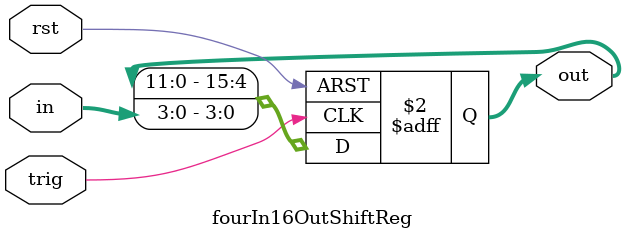
<source format=v>
`timescale 1ns / 1ps

module fourIn16OutShiftReg (
        input [3:0] in,
        input trig, rst,
        output reg [15:0] out
    );

    always @ ( negedge trig, posedge rst ) begin
        if(rst) out <= 0;
        else begin
            out <= {out[11:0], in};
        end
    end
endmodule

</source>
